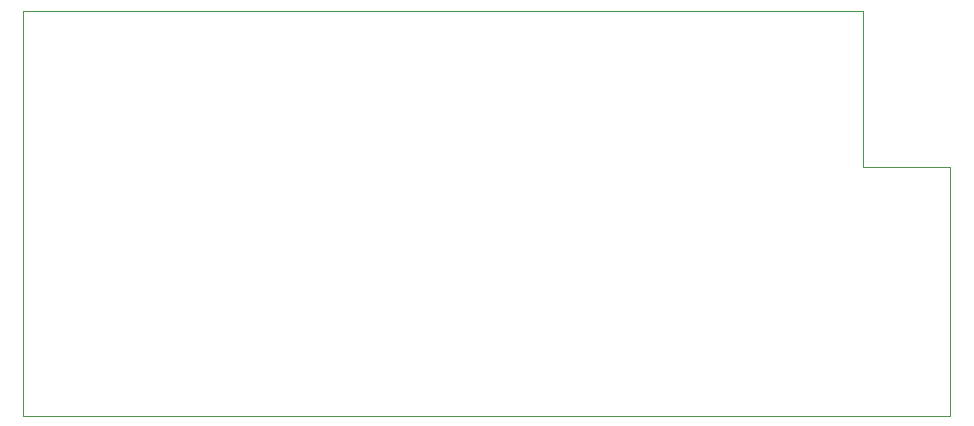
<source format=gbr>
G04 #@! TF.GenerationSoftware,KiCad,Pcbnew,(5.1.9)-1*
G04 #@! TF.CreationDate,2021-01-26T16:41:02+02:00*
G04 #@! TF.ProjectId,jantteri-main,6a616e74-7465-4726-992d-6d61696e2e6b,rev?*
G04 #@! TF.SameCoordinates,Original*
G04 #@! TF.FileFunction,Profile,NP*
%FSLAX46Y46*%
G04 Gerber Fmt 4.6, Leading zero omitted, Abs format (unit mm)*
G04 Created by KiCad (PCBNEW (5.1.9)-1) date 2021-01-26 16:41:02*
%MOMM*%
%LPD*%
G01*
G04 APERTURE LIST*
G04 #@! TA.AperFunction,Profile*
%ADD10C,0.050000*%
G04 #@! TD*
G04 APERTURE END LIST*
D10*
X139700000Y-85090000D02*
X139700000Y-50800000D01*
X218186000Y-85090000D02*
X139700000Y-85090000D01*
X218186000Y-64008000D02*
X218186000Y-85090000D01*
X210820000Y-64008000D02*
X218186000Y-64008000D01*
X210820000Y-50800000D02*
X210820000Y-64008000D01*
X139700000Y-50800000D02*
X210820000Y-50800000D01*
M02*

</source>
